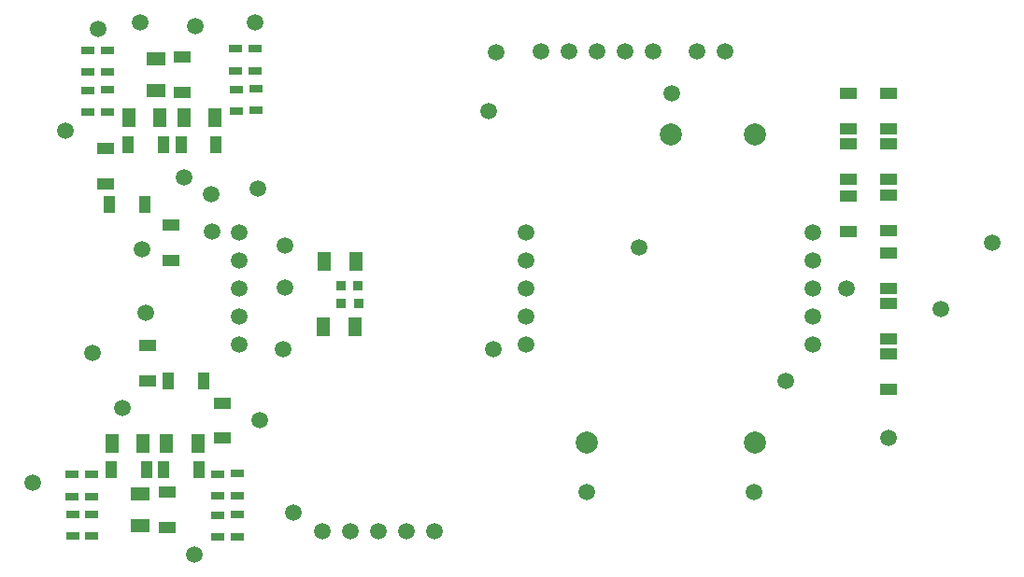
<source format=gbr>
%TF.GenerationSoftware,Altium Limited,Altium Designer,21.6.4 (81)*%
G04 Layer_Color=255*
%FSLAX43Y43*%
%MOMM*%
%TF.SameCoordinates,C39744A4-4465-455E-AB15-BAA165A4C254*%
%TF.FilePolarity,Positive*%
%TF.FileFunction,Pads,Bot*%
%TF.Part,Single*%
G01*
G75*
%TA.AperFunction,SMDPad,CuDef*%
%ADD13R,1.800X1.300*%
%ADD15R,1.600X1.000*%
%ADD16R,1.000X1.600*%
%ADD17R,1.250X0.800*%
%ADD18R,1.300X1.800*%
%ADD20R,0.850X0.900*%
%TA.AperFunction,ComponentPad*%
%ADD27C,1.500*%
%ADD28C,2.000*%
D13*
X13516Y4027D02*
D03*
Y6877D02*
D03*
X14951Y43491D02*
D03*
Y46341D02*
D03*
D15*
X77648Y40031D02*
D03*
Y43231D02*
D03*
Y35458D02*
D03*
Y38658D02*
D03*
Y30709D02*
D03*
Y33909D02*
D03*
X81331Y20955D02*
D03*
Y24155D02*
D03*
X81305Y25553D02*
D03*
Y28753D02*
D03*
Y33960D02*
D03*
Y30760D02*
D03*
X16277Y31293D02*
D03*
Y28093D02*
D03*
X14148Y17145D02*
D03*
Y20345D02*
D03*
X81331Y19558D02*
D03*
Y16358D02*
D03*
X20989Y11929D02*
D03*
Y15129D02*
D03*
X15959Y3877D02*
D03*
Y7077D02*
D03*
X10379Y38227D02*
D03*
Y35027D02*
D03*
X81305Y38658D02*
D03*
Y35458D02*
D03*
Y43231D02*
D03*
Y40031D02*
D03*
X17339Y43285D02*
D03*
Y46485D02*
D03*
D16*
X19243Y17170D02*
D03*
X16043D02*
D03*
X15629Y9084D02*
D03*
X18829D02*
D03*
X14054D02*
D03*
X10854D02*
D03*
X10710Y33103D02*
D03*
X13910D02*
D03*
X12386Y38582D02*
D03*
X15586D02*
D03*
X17196Y38582D02*
D03*
X20396D02*
D03*
D17*
X22294Y8745D02*
D03*
Y6745D02*
D03*
X20541Y6685D02*
D03*
Y8685D02*
D03*
X7341Y6636D02*
D03*
Y8636D02*
D03*
X9119Y8661D02*
D03*
Y6661D02*
D03*
X9118Y5064D02*
D03*
Y3064D02*
D03*
X7391Y3038D02*
D03*
Y5038D02*
D03*
X20541Y2961D02*
D03*
Y4961D02*
D03*
X22295Y5012D02*
D03*
Y3012D02*
D03*
X10547Y43522D02*
D03*
Y41522D02*
D03*
X24002Y43646D02*
D03*
Y41646D02*
D03*
X8743Y45132D02*
D03*
Y47132D02*
D03*
X23952Y47256D02*
D03*
Y45256D02*
D03*
X22143D02*
D03*
Y47256D02*
D03*
X22198Y41563D02*
D03*
Y43563D02*
D03*
X8743Y41497D02*
D03*
Y43497D02*
D03*
X10547Y47133D02*
D03*
Y45133D02*
D03*
D18*
X18758Y11495D02*
D03*
X15908D02*
D03*
X30134Y22060D02*
D03*
X32984D02*
D03*
X33038Y27961D02*
D03*
X30188D02*
D03*
X13766Y11495D02*
D03*
X10916D02*
D03*
X17446Y41027D02*
D03*
X20296D02*
D03*
X12459Y41039D02*
D03*
X15309D02*
D03*
D20*
X33259Y25806D02*
D03*
X31709D02*
D03*
X33286Y24169D02*
D03*
X31736D02*
D03*
D27*
X13665Y29108D02*
D03*
X17457Y35595D02*
D03*
X20045Y30714D02*
D03*
X86065Y23618D02*
D03*
X77470Y25552D02*
D03*
X9149Y19666D02*
D03*
X13986Y23343D02*
D03*
X54010Y7090D02*
D03*
X61657Y43231D02*
D03*
X13503Y49608D02*
D03*
X6756Y39822D02*
D03*
X9703Y49078D02*
D03*
X18466Y49327D02*
D03*
X24130Y34544D02*
D03*
X19916Y34064D02*
D03*
X90678Y29632D02*
D03*
X71984Y17094D02*
D03*
X22500Y25500D02*
D03*
Y30580D02*
D03*
Y28040D02*
D03*
Y22960D02*
D03*
Y20420D02*
D03*
X58741Y29253D02*
D03*
X26604Y25595D02*
D03*
X26441Y19990D02*
D03*
X45466D02*
D03*
X26619Y29405D02*
D03*
X23890Y49682D02*
D03*
X69164Y7071D02*
D03*
X3759Y7926D02*
D03*
X24302Y13558D02*
D03*
X18440Y1346D02*
D03*
X11862Y14667D02*
D03*
X27349Y5162D02*
D03*
X81331Y11968D02*
D03*
X45085Y41592D02*
D03*
X45796Y46952D02*
D03*
X60000Y47000D02*
D03*
X57460D02*
D03*
X54920D02*
D03*
X52380D02*
D03*
X49840D02*
D03*
X66540D02*
D03*
X64000D02*
D03*
X40160Y3500D02*
D03*
X37620D02*
D03*
X35080D02*
D03*
X32540D02*
D03*
X30000D02*
D03*
X74500Y30580D02*
D03*
Y28040D02*
D03*
Y25500D02*
D03*
Y22960D02*
D03*
Y20420D02*
D03*
X48500Y20420D02*
D03*
Y22960D02*
D03*
Y25500D02*
D03*
Y28040D02*
D03*
Y30580D02*
D03*
D28*
X69210Y11500D02*
D03*
X54010D02*
D03*
X69210Y39500D02*
D03*
X61610D02*
D03*
%TF.MD5,605ea95578b154a1d10773763c75b4e8*%
M02*

</source>
